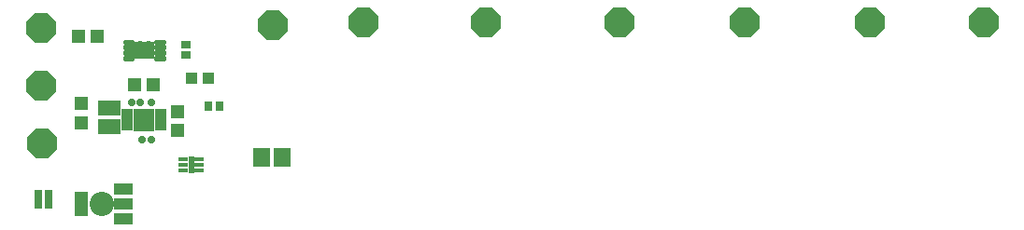
<source format=gbr>
G04 EAGLE Gerber RS-274X export*
G75*
%MOMM*%
%FSLAX34Y34*%
%LPD*%
%INSoldermask Top*%
%IPPOS*%
%AMOC8*
5,1,8,0,0,1.08239X$1,22.5*%
G01*
%ADD10C,0.269722*%
%ADD11R,1.833200X1.633200*%
%ADD12P,2.969212X8X22.500000*%
%ADD13R,0.903200X0.803200*%
%ADD14R,1.253200X1.283200*%
%ADD15R,1.003200X1.003200*%
%ADD16R,0.803200X0.903200*%
%ADD17R,1.003200X0.503200*%
%ADD18R,1.953200X2.103200*%
%ADD19R,1.283200X1.253200*%
%ADD20R,0.914400X0.457200*%
%ADD21R,0.584200X1.524000*%
%ADD22R,0.763200X1.703200*%
%ADD23R,1.803200X1.003200*%
%ADD24R,1.203200X2.203200*%
%ADD25C,2.203200*%
%ADD26R,1.503200X1.703200*%
%ADD27R,2.006600X1.358900*%
%ADD28C,0.705600*%


D10*
X103818Y184282D02*
X96082Y184282D01*
X96082Y186318D01*
X103818Y186318D01*
X103818Y184282D01*
X103818Y179282D02*
X96082Y179282D01*
X96082Y181318D01*
X103818Y181318D01*
X103818Y179282D01*
X103818Y174282D02*
X96082Y174282D01*
X96082Y176318D01*
X103818Y176318D01*
X103818Y174282D01*
X103818Y169282D02*
X96082Y169282D01*
X96082Y171318D01*
X103818Y171318D01*
X103818Y169282D01*
X124782Y169282D02*
X132518Y169282D01*
X124782Y169282D02*
X124782Y171318D01*
X132518Y171318D01*
X132518Y169282D01*
X132518Y174282D02*
X124782Y174282D01*
X124782Y176318D01*
X132518Y176318D01*
X132518Y174282D01*
X132518Y179282D02*
X124782Y179282D01*
X124782Y181318D01*
X132518Y181318D01*
X132518Y179282D01*
X132518Y184282D02*
X124782Y184282D01*
X124782Y186318D01*
X132518Y186318D01*
X132518Y184282D01*
D11*
X114300Y177800D03*
D12*
X313200Y203200D03*
X424000Y203200D03*
D13*
X152400Y172800D03*
X152400Y182800D03*
D12*
X20800Y197980D03*
X21120Y145130D03*
D14*
X54750Y190500D03*
X72250Y190500D03*
X105550Y146050D03*
X123050Y146050D03*
D15*
X172600Y152400D03*
X157600Y152400D03*
D16*
X172800Y127000D03*
X182800Y127000D03*
D17*
X99300Y121800D03*
X99300Y116800D03*
X99300Y111800D03*
X99300Y106800D03*
X129300Y106800D03*
X129300Y111800D03*
X129300Y116800D03*
X129300Y121800D03*
D18*
X114300Y114300D03*
D19*
X144780Y121780D03*
X144780Y104280D03*
X57800Y129270D03*
X57800Y111770D03*
D20*
X149527Y78190D03*
X149527Y73190D03*
X149527Y68190D03*
X164513Y68190D03*
X164513Y73190D03*
X164513Y78190D03*
D21*
X157020Y73190D03*
D12*
X544800Y203200D03*
X658300Y203200D03*
X771800Y203200D03*
X875300Y203200D03*
D22*
X27780Y41910D03*
X18180Y41910D03*
D23*
X95790Y24040D03*
X95790Y37540D03*
X95790Y51040D03*
D24*
X57790Y37540D03*
D25*
X75790Y37540D03*
D26*
X239500Y80000D03*
X220500Y80000D03*
D12*
X21590Y92400D03*
X230980Y200210D03*
D27*
X82870Y125347D03*
X82870Y107694D03*
D28*
X110490Y120650D03*
X103360Y130190D03*
X110980Y130190D03*
X121140Y130190D03*
X112250Y95900D03*
X121140Y95900D03*
X118600Y109870D03*
X109710Y109870D03*
X118600Y120030D03*
X110490Y182880D03*
X118110Y182880D03*
X110490Y173990D03*
X118110Y173990D03*
M02*

</source>
